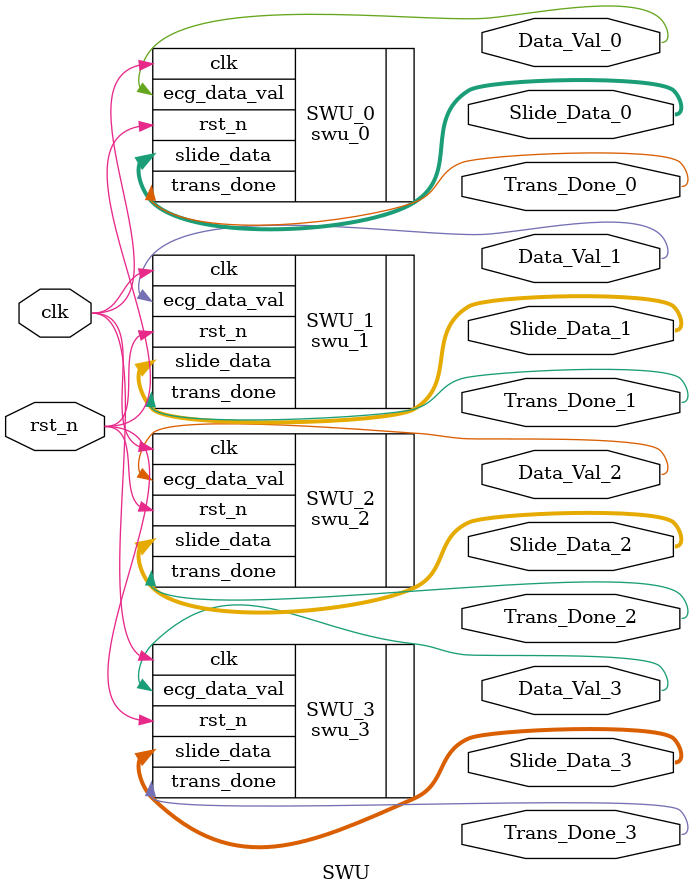
<source format=v>
`timescale 1ns / 1ps


module SWU(
    input           clk,
    input           rst_n,
    output  [6:0]   Slide_Data_0,
    output  [6:0]   Slide_Data_1,
    output  [6:0]   Slide_Data_2,
    output  [6:0]   Slide_Data_3,
    output          Trans_Done_0,
    output          Trans_Done_1,
    output          Trans_Done_2,
    output          Trans_Done_3,
    output          Data_Val_0,
    output          Data_Val_1,
    output          Data_Val_2,
    output          Data_Val_3
    );
    
swu_0 SWU_0(.clk(clk),
            .rst_n(rst_n),
            .slide_data(Slide_Data_0),
            .trans_done(Trans_Done_0),
            .ecg_data_val(Data_Val_0)
);
swu_1 SWU_1(.clk(clk),
            .rst_n(rst_n),
            .slide_data(Slide_Data_1),
            .trans_done(Trans_Done_1),
            .ecg_data_val(Data_Val_1)
);

swu_2 SWU_2(.clk(clk),
            .rst_n(rst_n),
            .slide_data(Slide_Data_2),
            .trans_done(Trans_Done_2),
            .ecg_data_val(Data_Val_2)
);

swu_3 SWU_3(.clk(clk),
            .rst_n(rst_n),
            .slide_data(Slide_Data_3),
            .trans_done(Trans_Done_3),
            .ecg_data_val(Data_Val_3)
);

    
    
endmodule

</source>
